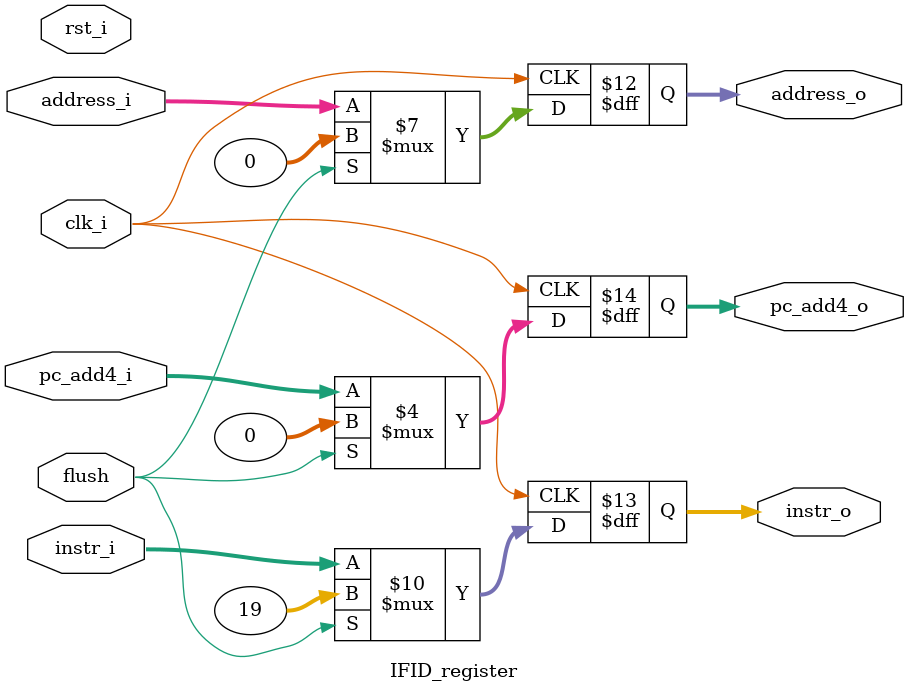
<source format=v>
`timescale 1ns/1ps
module IFID_register (
    input clk_i,
    input rst_i,
    input flush,
    input [31:0] address_i,
    input [31:0] instr_i,
    input [31:0] pc_add4_i,
    output reg [31:0] address_o,
    output reg [31:0] instr_o,
    output reg [31:0] pc_add4_o
);
/* Write your code HERE */
always @(posedge clk_i) begin
    if(flush == 1'b1) begin
        instr_o <= {25'b0, 7'b0010011};//nop: addi x0 x0 0
        address_o = 32'b0;
        pc_add4_o = 32'b0; 
    end else begin
        instr_o <= instr_i;
        address_o <= address_i;
        pc_add4_o <= pc_add4_i;
    end
end
endmodule

</source>
